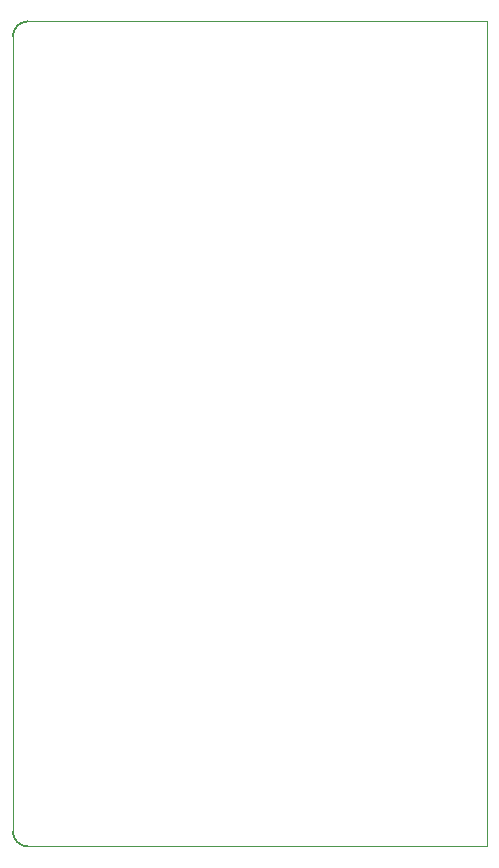
<source format=gm1>
G04 #@! TF.GenerationSoftware,KiCad,Pcbnew,6.0.11+dfsg-1*
G04 #@! TF.CreationDate,2024-03-29T12:06:11-05:00*
G04 #@! TF.ProjectId,xerox-floppy-34,7865726f-782d-4666-9c6f-7070792d3334,rev?*
G04 #@! TF.SameCoordinates,Original*
G04 #@! TF.FileFunction,Profile,NP*
%FSLAX46Y46*%
G04 Gerber Fmt 4.6, Leading zero omitted, Abs format (unit mm)*
G04 Created by KiCad (PCBNEW 6.0.11+dfsg-1) date 2024-03-29 12:06:11*
%MOMM*%
%LPD*%
G01*
G04 APERTURE LIST*
G04 #@! TA.AperFunction,Profile*
%ADD10C,0.150000*%
G04 #@! TD*
G04 #@! TA.AperFunction,Profile*
%ADD11C,0.100000*%
G04 #@! TD*
G04 APERTURE END LIST*
D10*
X100330000Y-71120000D02*
G75*
G03*
X99060000Y-72390000I0J-1270000D01*
G01*
X99060000Y-139700000D02*
G75*
G03*
X100330000Y-140970000I1270000J0D01*
G01*
D11*
X100330000Y-71120000D02*
X139192000Y-71120000D01*
X99060000Y-139700000D02*
X99060000Y-72390000D01*
X139192000Y-140970000D02*
X100330000Y-140970000D01*
X139192000Y-71120000D02*
X139192000Y-140970000D01*
M02*

</source>
